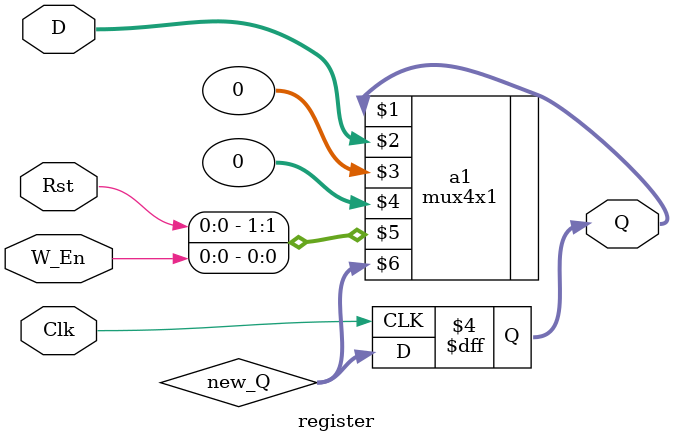
<source format=v>
`timescale 1ns / 1ps

module register #(parameter N=32) (Clk, Rst, D, W_En, Q);

    input Clk, Rst, W_En;
    input [N-1:0] D;
    output reg [N-1:0] Q;

    wire [N-1:0] new_Q;
    mux4x1 #(N) a1(Q, D, 0, 0, {Rst, W_En}, new_Q);

    always @(posedge Clk) begin
        Q <= new_Q;
    end

endmodule


</source>
